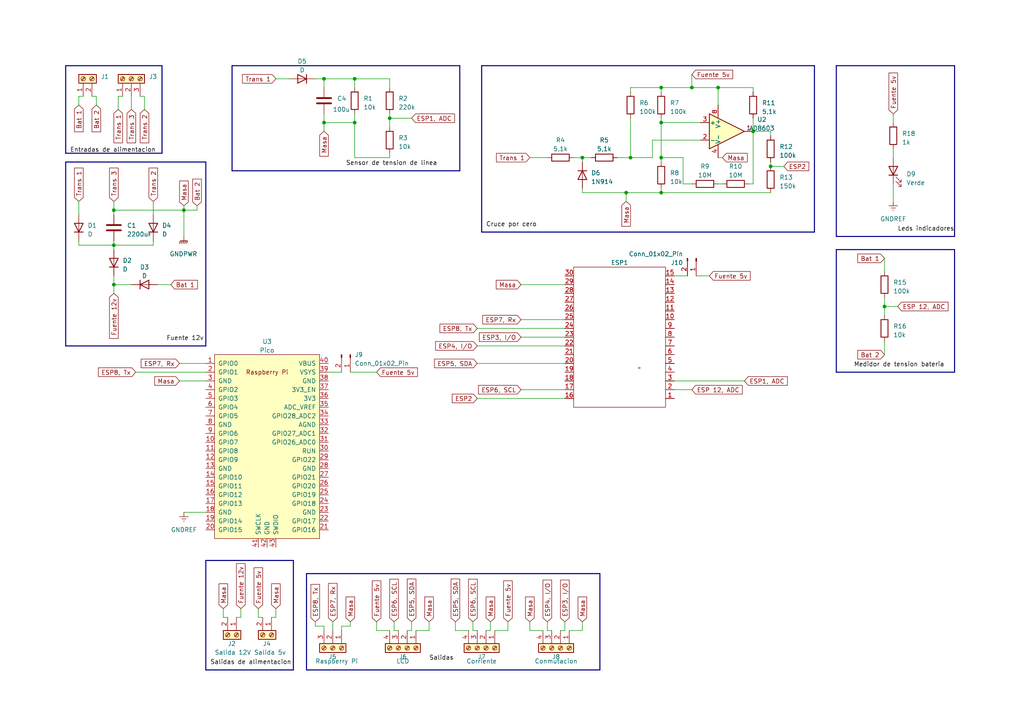
<source format=kicad_sch>
(kicad_sch (version 20230121) (generator eeschema)
  (paper "A4")
  (lib_symbols
    (symbol "Amplifier_Operational:AD8603" (pin_names (offset 0.127))
      (property "Reference" "U2" (at 10.16 3.4289 0))
      (property "Value" "AD8603" (at 10.16 0.8889 0))
      (symbol "AD8603_0_1"
        (polyline (pts (xy -5.08 5.08) (xy 5.08 0) (xy -5.08 -5.08) (xy -5.08 5.08)) (stroke (width 0.254)) (fill (type background)))
      )
      (symbol "AD8603_1_1"
        (pin output line (at 7.62 0 180) (length 2.54) (name "~") (number "1"))
        (pin input line (at -7.62 -2.54 0) (length 2.54) (name "-") (number "2"))
        (pin input line (at -7.62 2.54 0) (length 2.54) (name "+") (number "3"))
        (pin power_in line (at -2.54 -7.62 90) (length 3.81) (name "V-") (number "4"))
        (pin power_in line (at -2.54 7.62 270) (length 3.81) (name "V+") (number "8"))
      )
    )
    (symbol "Connector:Conn_01x02_Pin" (pin_names (offset 1.016) hide)
      (property "Reference" "J" (at 0 2.54 0))
      (property "Value" "Conn_01x02_Pin" (at 0 -5.08 0))
      (symbol "Conn_01x02_Pin_1_1"
        (polyline (pts (xy 1.27 -2.54) (xy 0.8636 -2.54)) (stroke (width 0.1524)))
        (polyline (pts (xy 1.27 0) (xy 0.8636 0)) (stroke (width 0.1524)))
        (rectangle (start 0.8636 -2.413) (end 0 -2.667) (stroke (width 0.1524)) (fill (type outline)))
        (rectangle (start 0.8636 0.127) (end 0 -0.127) (stroke (width 0.1524)) (fill (type outline)))
        (pin passive line (at 5.08 0 180) (length 3.81) (name "Pin_1") (number "1"))
        (pin passive line (at 5.08 -2.54 180) (length 3.81) (name "Pin_2") (number "2"))
      )
    )
    (symbol "Connector:Screw_Terminal_01x02" (pin_names (offset 1.016) hide)
      (property "Reference" "J" (at 0 2.54 0))
      (property "Value" "Screw_Terminal_01x02" (at 0 -5.08 0))
      (symbol "Screw_Terminal_01x02_1_1"
        (rectangle (start -1.27 1.27) (end 1.27 -3.81) (stroke (width 0.254)) (fill (type background)))
        (circle (center 0 -2.54) (radius 0.635) (stroke (width 0.1524)))
        (polyline (pts (xy -0.5334 -2.2098) (xy 0.3302 -3.048)) (stroke (width 0.1524)))
        (polyline (pts (xy -0.5334 0.3302) (xy 0.3302 -0.508)) (stroke (width 0.1524)))
        (polyline (pts (xy -0.3556 -2.032) (xy 0.508 -2.8702)) (stroke (width 0.1524)))
        (polyline (pts (xy -0.3556 0.508) (xy 0.508 -0.3302)) (stroke (width 0.1524)))
        (circle (center 0 0) (radius 0.635) (stroke (width 0.1524)))
        (pin passive line (at -5.08 0 0) (length 3.81) (name "Pin_1") (number "1"))
        (pin passive line (at -5.08 -2.54 0) (length 3.81) (name "Pin_2") (number "2"))
      )
    )
    (symbol "Connector:Screw_Terminal_01x03" (pin_names (offset 1.016) hide)
      (property "Reference" "J" (at 0 5.08 0))
      (property "Value" "Screw_Terminal_01x03" (at 0 -5.08 0))
      (symbol "Screw_Terminal_01x03_1_1"
        (rectangle (start -1.27 3.81) (end 1.27 -3.81) (stroke (width 0.254)) (fill (type background)))
        (circle (center 0 -2.54) (radius 0.635) (stroke (width 0.1524)))
        (polyline (pts (xy -0.5334 -2.2098) (xy 0.3302 -3.048)) (stroke (width 0.1524)))
        (polyline (pts (xy -0.5334 0.3302) (xy 0.3302 -0.508)) (stroke (width 0.1524)))
        (polyline (pts (xy -0.5334 2.8702) (xy 0.3302 2.032)) (stroke (width 0.1524)))
        (polyline (pts (xy -0.3556 -2.032) (xy 0.508 -2.8702)) (stroke (width 0.1524)))
        (polyline (pts (xy -0.3556 0.508) (xy 0.508 -0.3302)) (stroke (width 0.1524)))
        (polyline (pts (xy -0.3556 3.048) (xy 0.508 2.2098)) (stroke (width 0.1524)))
        (circle (center 0 0) (radius 0.635) (stroke (width 0.1524)))
        (circle (center 0 2.54) (radius 0.635) (stroke (width 0.1524)))
        (pin passive line (at -5.08 2.54 0) (length 3.81) (name "Pin_1") (number "1"))
        (pin passive line (at -5.08 0 0) (length 3.81) (name "Pin_2") (number "2"))
        (pin passive line (at -5.08 -2.54 0) (length 3.81) (name "Pin_3") (number "3"))
      )
    )
    (symbol "Connector:Screw_Terminal_01x04" (pin_names (offset 1.016) hide)
      (property "Reference" "J" (at 0 5.08 0))
      (property "Value" "Screw_Terminal_01x04" (at 0 -7.62 0))
      (symbol "Screw_Terminal_01x04_1_1"
        (rectangle (start -1.27 3.81) (end 1.27 -6.35) (stroke (width 0.254)) (fill (type background)))
        (circle (center 0 -5.08) (radius 0.635) (stroke (width 0.1524)))
        (circle (center 0 -2.54) (radius 0.635) (stroke (width 0.1524)))
        (polyline (pts (xy -0.5334 -4.7498) (xy 0.3302 -5.588)) (stroke (width 0.1524)))
        (polyline (pts (xy -0.5334 -2.2098) (xy 0.3302 -3.048)) (stroke (width 0.1524)))
        (polyline (pts (xy -0.5334 0.3302) (xy 0.3302 -0.508)) (stroke (width 0.1524)))
        (polyline (pts (xy -0.5334 2.8702) (xy 0.3302 2.032)) (stroke (width 0.1524)))
        (polyline (pts (xy -0.3556 -4.572) (xy 0.508 -5.4102)) (stroke (width 0.1524)))
        (polyline (pts (xy -0.3556 -2.032) (xy 0.508 -2.8702)) (stroke (width 0.1524)))
        (polyline (pts (xy -0.3556 0.508) (xy 0.508 -0.3302)) (stroke (width 0.1524)))
        (polyline (pts (xy -0.3556 3.048) (xy 0.508 2.2098)) (stroke (width 0.1524)))
        (circle (center 0 0) (radius 0.635) (stroke (width 0.1524)))
        (circle (center 0 2.54) (radius 0.635) (stroke (width 0.1524)))
        (pin passive line (at -5.08 2.54 0) (length 3.81) (name "Pin_1") (number "1"))
        (pin passive line (at -5.08 0 0) (length 3.81) (name "Pin_2") (number "2"))
        (pin passive line (at -5.08 -2.54 0) (length 3.81) (name "Pin_3") (number "3"))
        (pin passive line (at -5.08 -5.08 0) (length 3.81) (name "Pin_4") (number "4"))
      )
    )
    (symbol "Device:C" (pin_numbers hide) (pin_names (offset 0.254))
      (property "Reference" "C" (at 0.635 2.54 0))
      (property "Value" "C" (at 0.635 -2.54 0))
      (symbol "C_0_1"
        (polyline (pts (xy -2.032 -0.762) (xy 2.032 -0.762)) (stroke (width 0.508)))
        (polyline (pts (xy -2.032 0.762) (xy 2.032 0.762)) (stroke (width 0.508)))
      )
      (symbol "C_1_1"
        (pin passive line (at 0 3.81 270) (length 2.794) (name "~") (number "1"))
        (pin passive line (at 0 -3.81 90) (length 2.794) (name "~") (number "2"))
      )
    )
    (symbol "Device:D" (pin_numbers hide) (pin_names (offset 1.016) hide)
      (property "Reference" "D" (at 0 2.54 0))
      (property "Value" "D" (at 0 -2.54 0))
      (symbol "D_0_1"
        (polyline (pts (xy -1.27 1.27) (xy -1.27 -1.27)) (stroke (width 0.254)))
        (polyline (pts (xy 1.27 0) (xy -1.27 0)))
        (polyline (pts (xy 1.27 1.27) (xy 1.27 -1.27) (xy -1.27 0) (xy 1.27 1.27)) (stroke (width 0.254)))
      )
      (symbol "D_1_1"
        (pin passive line (at -3.81 0 0) (length 2.54) (name "K") (number "1"))
        (pin passive line (at 3.81 0 180) (length 2.54) (name "A") (number "2"))
      )
    )
    (symbol "Device:LED" (pin_numbers hide) (pin_names (offset 1.016) hide)
      (property "Reference" "D" (at 0 2.54 0))
      (property "Value" "LED" (at 0 -2.54 0))
      (symbol "LED_0_1"
        (polyline (pts (xy -1.27 -1.27) (xy -1.27 1.27)) (stroke (width 0.254)))
        (polyline (pts (xy -1.27 0) (xy 1.27 0)))
        (polyline (pts (xy 1.27 -1.27) (xy 1.27 1.27) (xy -1.27 0) (xy 1.27 -1.27)) (stroke (width 0.254)))
        (polyline (pts (xy -3.048 -0.762) (xy -4.572 -2.286) (xy -3.81 -2.286) (xy -4.572 -2.286) (xy -4.572 -1.524)))
        (polyline (pts (xy -1.778 -0.762) (xy -3.302 -2.286) (xy -2.54 -2.286) (xy -3.302 -2.286) (xy -3.302 -1.524)))
      )
      (symbol "LED_1_1"
        (pin passive line (at -3.81 0 0) (length 2.54) (name "K") (number "1"))
        (pin passive line (at 3.81 0 180) (length 2.54) (name "A") (number "2"))
      )
    )
    (symbol "Device:R" (pin_numbers hide) (pin_names (offset 0))
      (property "Reference" "R" (at 2.032 0 90))
      (property "Value" "R" (at 0 0 90))
      (symbol "R_0_1"
        (rectangle (start -1.016 -2.54) (end 1.016 2.54) (stroke (width 0.254)))
      )
      (symbol "R_1_1"
        (pin passive line (at 0 3.81 270) (length 1.27) (name "~") (number "1"))
        (pin passive line (at 0 -3.81 90) (length 1.27) (name "~") (number "2"))
      )
    )
    (symbol "ESP32NodeMcu:ESP32NodeMcu" (pin_names hide)
      (property "Reference" "ESP1" (at 0.635 -27.94 0))
      (property "Value" "~" (at -5.08 2.54 0))
      (symbol "ESP32NodeMcu_0_1"
        (rectangle (start -12.7 13.97) (end 13.97 -26.67))
      )
      (symbol "ESP32NodeMcu_1_1"
        (pin bidirectional line (at -15.24 11.43 0) (length 2.54) (name "3,3v") (number "1"))
        (pin bidirectional line (at -15.24 -11.43 0) (length 2.54) (name "ADC2_9,RTCGPIO7,GPIO26,DAC_2") (number "10"))
        (pin bidirectional line (at -15.24 -13.97 0) (length 2.54) (name "ADC2_7,RTCGPIO17,GPIO27,TOUCH_7") (number "11"))
        (pin bidirectional line (at -15.24 -16.51 0) (length 2.54) (name "ADC2_6,RTCGPIO16,GPIO32,TOUCH_6,HSPI_CLK,SD_CLK") (number "12"))
        (pin bidirectional line (at -15.24 -19.05 0) (length 2.54) (name "ADC2_5,RTCGPIO15,GPIO12,TOUCH_5,HSPI_MISO,SD_DAT2") (number "13"))
        (pin bidirectional line (at -15.24 -21.59 0) (length 2.54) (name "GND") (number "14"))
        (pin bidirectional line (at -15.24 -24.13 0) (length 2.54) (name "ADC2_4,RTCGPIO14,GPIO13,TOUCH_4,HSPI_MOSI,SD_DAT3") (number "15"))
        (pin bidirectional line (at 16.51 11.43 180) (length 2.54) (name "GND") (number "16"))
        (pin bidirectional line (at 16.51 8.89 180) (length 2.54) (name "GPIO23,VSPI_MOSI") (number "17"))
        (pin bidirectional line (at 16.51 6.35 180) (length 2.54) (name "1") (number "18"))
        (pin bidirectional line (at 16.51 3.81 180) (length 2.54) (name "GPIO1,TX0") (number "19"))
        (pin input line (at -15.24 8.89 0) (length 2.54) (name "Reset,En") (number "2"))
        (pin bidirectional line (at 16.51 1.27 180) (length 2.54) (name "GPIO3,RX0") (number "20"))
        (pin bidirectional line (at 16.51 -1.27 180) (length 2.54) (name "GPIO21,I2C_SDA") (number "21"))
        (pin bidirectional line (at 16.51 -3.81 180) (length 2.54) (name "GND") (number "22"))
        (pin bidirectional line (at 16.51 -6.35 180) (length 2.54) (name "GPIO19,VSPI_MISO") (number "23"))
        (pin bidirectional line (at 16.51 -8.89 180) (length 2.54) (name "GPIO18,VSPI_CLK") (number "24"))
        (pin bidirectional line (at 16.51 -11.43 180) (length 2.54) (name "GPIO5,VSPI_CS") (number "25"))
        (pin bidirectional line (at 16.51 -13.97 180) (length 2.54) (name "GPIO17,TX2") (number "26"))
        (pin bidirectional line (at 16.51 -16.51 180) (length 2.54) (name "GPIO16,RX2") (number "27"))
        (pin bidirectional line (at 16.51 -19.05 180) (length 2.54) (name "GPIO4,RTC_GPIO10,ADC2_0,TOUCH_0,SD_DAT1") (number "28"))
        (pin bidirectional line (at 16.51 -21.59 180) (length 2.54) (name "GPIO0,RTC_GPIO11,ADC2_1,TOUCH_1") (number "29"))
        (pin input line (at -15.24 6.35 0) (length 2.54) (name "ADC1_0,RTC_GPIO0,GPIO36") (number "3"))
        (pin bidirectional line (at 16.51 -24.13 180) (length 2.54) (name "GPIO2,RTC_GPIO12,ADC2_2,TOUCH_2,SD_DAT0,LED") (number "30"))
        (pin input line (at -15.24 3.81 0) (length 2.54) (name "ADC1_3,RTCGPIO3,GPIO39") (number "4"))
        (pin input line (at -15.24 1.27 0) (length 2.54) (name "ADC1_4,RTCGPIO4,GPIO34") (number "5"))
        (pin input line (at -15.24 -1.27 0) (length 2.54) (name "ADC1_7,RTCGPIO5,GPIO35") (number "6"))
        (pin bidirectional line (at -15.24 -3.81 0) (length 2.54) (name "ADC1_4,RTCGPIO9,GPIO32,TOUCH_9") (number "7"))
        (pin bidirectional line (at -15.24 -6.35 0) (length 2.54) (name "ADC1_5,RTCGPIO8,GPIO33,TOUCH_8") (number "8"))
        (pin bidirectional line (at -15.24 -8.89 0) (length 2.54) (name "ADC2_8,RTCGPIO8,GPIO25,DAC_1") (number "9"))
      )
    )
    (symbol "Raspberry Pi Pico:Pico" (pin_names (offset 1.016))
      (property "Reference" "U" (at -13.97 27.94 0))
      (property "Value" "Pico" (at 0 19.05 0))
      (symbol "Pico_0_0"
        (text "Raspberry Pi" (at 0 21.59 0) (effects (font (size 1.27 1.27))))
      )
      (symbol "Pico_0_1"
        (rectangle (start -15.24 26.67) (end 15.24 -26.67) (fill (type background)))
      )
      (symbol "Pico_1_1"
        (pin bidirectional line (at -17.78 24.13 0) (length 2.54) (name "GPIO0") (number "1"))
        (pin bidirectional line (at -17.78 1.27 0) (length 2.54) (name "GPIO7") (number "10"))
        (pin bidirectional line (at -17.78 -1.27 0) (length 2.54) (name "GPIO8") (number "11"))
        (pin bidirectional line (at -17.78 -3.81 0) (length 2.54) (name "GPIO9") (number "12"))
        (pin power_in line (at -17.78 -6.35 0) (length 2.54) (name "GND") (number "13"))
        (pin bidirectional line (at -17.78 -8.89 0) (length 2.54) (name "GPIO10") (number "14"))
        (pin bidirectional line (at -17.78 -11.43 0) (length 2.54) (name "GPIO11") (number "15"))
        (pin bidirectional line (at -17.78 -13.97 0) (length 2.54) (name "GPIO12") (number "16"))
        (pin bidirectional line (at -17.78 -16.51 0) (length 2.54) (name "GPIO13") (number "17"))
        (pin power_in line (at -17.78 -19.05 0) (length 2.54) (name "GND") (number "18"))
        (pin bidirectional line (at -17.78 -21.59 0) (length 2.54) (name "GPIO14") (number "19"))
        (pin bidirectional line (at -17.78 21.59 0) (length 2.54) (name "GPIO1") (number "2"))
        (pin bidirectional line (at -17.78 -24.13 0) (length 2.54) (name "GPIO15") (number "20"))
        (pin bidirectional line (at 17.78 -24.13 180) (length 2.54) (name "GPIO16") (number "21"))
        (pin bidirectional line (at 17.78 -21.59 180) (length 2.54) (name "GPIO17") (number "22"))
        (pin power_in line (at 17.78 -19.05 180) (length 2.54) (name "GND") (number "23"))
        (pin bidirectional line (at 17.78 -16.51 180) (length 2.54) (name "GPIO18") (number "24"))
        (pin bidirectional line (at 17.78 -13.97 180) (length 2.54) (name "GPIO19") (number "25"))
        (pin bidirectional line (at 17.78 -11.43 180) (length 2.54) (name "GPIO20") (number "26"))
        (pin bidirectional line (at 17.78 -8.89 180) (length 2.54) (name "GPIO21") (number "27"))
        (pin power_in line (at 17.78 -6.35 180) (length 2.54) (name "GND") (number "28"))
        (pin bidirectional line (at 17.78 -3.81 180) (length 2.54) (name "GPIO22") (number "29"))
        (pin power_in line (at -17.78 19.05 0) (length 2.54) (name "GND") (number "3"))
        (pin input line (at 17.78 -1.27 180) (length 2.54) (name "RUN") (number "30"))
        (pin bidirectional line (at 17.78 1.27 180) (length 2.54) (name "GPIO26_ADC0") (number "31"))
        (pin bidirectional line (at 17.78 3.81 180) (length 2.54) (name "GPIO27_ADC1") (number "32"))
        (pin power_in line (at 17.78 6.35 180) (length 2.54) (name "AGND") (number "33"))
        (pin bidirectional line (at 17.78 8.89 180) (length 2.54) (name "GPIO28_ADC2") (number "34"))
        (pin unspecified line (at 17.78 11.43 180) (length 2.54) (name "ADC_VREF") (number "35"))
        (pin unspecified line (at 17.78 13.97 180) (length 2.54) (name "3V3") (number "36"))
        (pin input line (at 17.78 16.51 180) (length 2.54) (name "3V3_EN") (number "37"))
        (pin bidirectional line (at 17.78 19.05 180) (length 2.54) (name "GND") (number "38"))
        (pin unspecified line (at 17.78 21.59 180) (length 2.54) (name "VSYS") (number "39"))
        (pin bidirectional line (at -17.78 16.51 0) (length 2.54) (name "GPIO2") (number "4"))
        (pin unspecified line (at 17.78 24.13 180) (length 2.54) (name "VBUS") (number "40"))
        (pin input line (at -2.54 -29.21 90) (length 2.54) (name "SWCLK") (number "41"))
        (pin power_in line (at 0 -29.21 90) (length 2.54) (name "GND") (number "42"))
        (pin bidirectional line (at 2.54 -29.21 90) (length 2.54) (name "SWDIO") (number "43"))
        (pin bidirectional line (at -17.78 13.97 0) (length 2.54) (name "GPIO3") (number "5"))
        (pin bidirectional line (at -17.78 11.43 0) (length 2.54) (name "GPIO4") (number "6"))
        (pin bidirectional line (at -17.78 8.89 0) (length 2.54) (name "GPIO5") (number "7"))
        (pin power_in line (at -17.78 6.35 0) (length 2.54) (name "GND") (number "8"))
        (pin bidirectional line (at -17.78 3.81 0) (length 2.54) (name "GPIO6") (number "9"))
      )
    )
    (symbol "power:GNDPWR" (power) (pin_names (offset 0))
      (property "Value" "GNDPWR" (at 0 -3.302 0))
      (symbol "GNDPWR_0_1"
        (polyline (pts (xy 0 -1.27) (xy 0 0)))
        (polyline (pts (xy -1.016 -1.27) (xy -1.27 -2.032) (xy -1.27 -2.032)) (stroke (width 0.2032)))
        (polyline (pts (xy -0.508 -1.27) (xy -0.762 -2.032) (xy -0.762 -2.032)) (stroke (width 0.2032)))
        (polyline (pts (xy 0 -1.27) (xy -0.254 -2.032) (xy -0.254 -2.032)) (stroke (width 0.2032)))
        (polyline (pts (xy 0.508 -1.27) (xy 0.254 -2.032) (xy 0.254 -2.032)) (stroke (width 0.2032)))
        (polyline (pts (xy 1.016 -1.27) (xy -1.016 -1.27) (xy -1.016 -1.27)) (stroke (width 0.2032)))
        (polyline (pts (xy 1.016 -1.27) (xy 0.762 -2.032) (xy 0.762 -2.032) (xy 0.762 -2.032)) (stroke (width 0.2032)))
      )
      (symbol "GNDPWR_1_1"
        (pin power_in line (at 0 0 270) (length 0) hide (name "GNDPWR") (number "1"))
      )
    )
    (symbol "power:GNDREF" (power) (pin_names (offset 0))
      (property "Value" "GNDREF" (at 0 -3.81 0))
      (symbol "GNDREF_0_1"
        (polyline (pts (xy -0.635 -1.905) (xy 0.635 -1.905)))
        (polyline (pts (xy -0.127 -2.54) (xy 0.127 -2.54)))
        (polyline (pts (xy 0 -1.27) (xy 0 0)))
        (polyline (pts (xy 1.27 -1.27) (xy -1.27 -1.27)))
      )
      (symbol "GNDREF_1_1"
        (pin power_in line (at 0 0 270) (length 0) hide (name "GNDREF") (number "1"))
      )
    )
  )
  (junction (at 191.77 25.4))
  (junction (at 113.03 34.29))
  (junction (at 102.87 35.56))
  (junction (at 191.77 45.72))
  (junction (at 93.98 35.56))
  (junction (at 168.91 45.72))
  (junction (at 218.44 38.1))
  (junction (at 53.34 60.96))
  (junction (at 33.02 60.96))
  (junction (at 181.61 55.88))
  (junction (at 208.28 25.4))
  (junction (at 33.02 82.55))
  (junction (at 256.54 88.9))
  (junction (at 182.88 45.72))
  (junction (at 191.77 55.88))
  (junction (at 200.66 25.4))
  (junction (at 33.02 71.12))
  (junction (at 223.52 48.26))
  (junction (at 191.77 35.56))
  (junction (at 102.87 22.86))
  (junction (at 93.98 22.86))
  (bus (pts (xy 173.99 194.31) (xy 88.9 194.31)))
  (wire (pts (xy 22.86 69.85) (xy 22.86 71.12)))
  (wire (pts (xy 147.32 182.88) (xy 143.51 182.88)))
  (bus (pts (xy 242.57 19.05) (xy 276.86 19.05)))
  (wire (pts (xy 91.44 181.61) (xy 93.98 181.61)))
  (wire (pts (xy 256.54 74.93) (xy 256.54 78.74)))
  (wire (pts (xy 181.61 55.88) (xy 191.77 55.88)))
  (wire (pts (xy 259.08 53.34) (xy 259.08 58.42)))
  (wire (pts (xy 182.88 25.4) (xy 191.77 25.4)))
  (wire (pts (xy 93.98 35.56) (xy 93.98 38.1)))
  (wire (pts (xy 168.91 55.88) (xy 181.61 55.88)))
  (wire (pts (xy 132.08 180.34) (xy 132.08 182.88)))
  (bus (pts (xy 19.05 19.05) (xy 19.05 44.45)))
  (wire (pts (xy 113.03 34.29) (xy 119.38 34.29)))
  (wire (pts (xy 119.38 180.34) (xy 119.38 182.88)))
  (wire (pts (xy 101.6 107.95) (xy 109.22 107.95)))
  (wire (pts (xy 158.75 180.34) (xy 158.75 182.88)))
  (bus (pts (xy 67.31 19.05) (xy 67.31 49.53)))
  (bus (pts (xy 19.05 46.99) (xy 59.69 46.99)))
  (wire (pts (xy 191.77 45.72) (xy 191.77 46.99)))
  (bus (pts (xy 276.86 72.39) (xy 276.86 107.95)))
  (bus (pts (xy 88.9 194.31) (xy 88.9 166.37)))
  (wire (pts (xy 195.58 113.03) (xy 200.66 113.03)))
  (wire (pts (xy 179.07 45.72) (xy 182.88 45.72)))
  (wire (pts (xy 91.44 22.86) (xy 93.98 22.86)))
  (wire (pts (xy 93.98 35.56) (xy 93.98 33.02)))
  (wire (pts (xy 22.86 30.48) (xy 22.86 27.94)))
  (bus (pts (xy 46.99 44.45) (xy 46.99 19.05)))
  (wire (pts (xy 223.52 48.26) (xy 223.52 46.99)))
  (wire (pts (xy 189.23 40.64) (xy 189.23 45.72)))
  (bus (pts (xy 139.7 19.05) (xy 139.7 67.31)))
  (bus (pts (xy 133.35 49.53) (xy 67.31 49.53)))
  (wire (pts (xy 66.04 179.07) (xy 64.77 179.07)))
  (bus (pts (xy 85.09 194.31) (xy 85.09 162.56)))
  (wire (pts (xy 34.29 27.94) (xy 35.56 27.94)))
  (wire (pts (xy 80.01 22.86) (xy 83.82 22.86)))
  (wire (pts (xy 208.28 30.48) (xy 208.28 25.4)))
  (wire (pts (xy 68.58 179.07) (xy 69.85 179.07)))
  (wire (pts (xy 53.34 148.59) (xy 59.69 148.59)))
  (wire (pts (xy 195.58 80.01) (xy 199.39 80.01)))
  (wire (pts (xy 182.88 34.29) (xy 182.88 45.72)))
  (bus (pts (xy 59.69 162.56) (xy 59.69 194.31)))
  (wire (pts (xy 22.86 27.94) (xy 24.13 27.94)))
  (wire (pts (xy 33.02 82.55) (xy 38.1 82.55)))
  (wire (pts (xy 182.88 25.4) (xy 182.88 26.67)))
  (bus (pts (xy 242.57 72.39) (xy 276.86 72.39)))
  (wire (pts (xy 78.74 179.07) (xy 80.01 179.07)))
  (wire (pts (xy 93.98 35.56) (xy 102.87 35.56)))
  (wire (pts (xy 218.44 34.29) (xy 218.44 38.1)))
  (bus (pts (xy 236.22 19.05) (xy 236.22 67.31)))
  (wire (pts (xy 163.83 113.03) (xy 151.13 113.03)))
  (wire (pts (xy 163.83 95.25) (xy 138.43 95.25)))
  (wire (pts (xy 113.03 22.86) (xy 102.87 22.86)))
  (bus (pts (xy 85.09 162.56) (xy 59.69 162.56)))
  (wire (pts (xy 33.02 71.12) (xy 44.45 71.12)))
  (wire (pts (xy 153.67 45.72) (xy 158.75 45.72)))
  (wire (pts (xy 52.07 105.41) (xy 59.69 105.41)))
  (wire (pts (xy 200.66 53.34) (xy 198.12 53.34)))
  (wire (pts (xy 153.67 180.34) (xy 153.67 182.88)))
  (wire (pts (xy 147.32 180.34) (xy 147.32 182.88)))
  (wire (pts (xy 33.02 60.96) (xy 53.34 60.96)))
  (wire (pts (xy 114.3 180.34) (xy 114.3 182.88)))
  (wire (pts (xy 259.08 33.02) (xy 259.08 35.56)))
  (wire (pts (xy 142.24 182.88) (xy 140.97 182.88)))
  (wire (pts (xy 151.13 97.79) (xy 163.83 97.79)))
  (wire (pts (xy 99.06 181.61) (xy 101.6 181.61)))
  (bus (pts (xy 19.05 19.05) (xy 46.99 19.05)))
  (bus (pts (xy 173.99 166.37) (xy 173.99 194.31)))
  (wire (pts (xy 151.13 82.55) (xy 163.83 82.55)))
  (bus (pts (xy 133.35 19.05) (xy 133.35 49.53)))
  (wire (pts (xy 200.66 21.59) (xy 200.66 25.4)))
  (wire (pts (xy 163.83 92.71) (xy 151.13 92.71)))
  (wire (pts (xy 256.54 86.36) (xy 256.54 88.9)))
  (wire (pts (xy 166.37 45.72) (xy 168.91 45.72)))
  (wire (pts (xy 168.91 55.88) (xy 168.91 54.61)))
  (wire (pts (xy 22.86 58.42) (xy 22.86 62.23)))
  (wire (pts (xy 168.91 45.72) (xy 171.45 45.72)))
  (wire (pts (xy 52.07 110.49) (xy 59.69 110.49)))
  (wire (pts (xy 57.15 60.96) (xy 53.34 60.96)))
  (bus (pts (xy 59.69 194.31) (xy 85.09 194.31)))
  (wire (pts (xy 195.58 110.49) (xy 215.9 110.49)))
  (wire (pts (xy 74.93 176.53) (xy 74.93 179.07)))
  (wire (pts (xy 93.98 22.86) (xy 93.98 25.4)))
  (wire (pts (xy 22.86 71.12) (xy 33.02 71.12)))
  (wire (pts (xy 27.94 30.48) (xy 27.94 27.94)))
  (wire (pts (xy 165.1 182.88) (xy 168.91 182.88)))
  (bus (pts (xy 67.31 19.05) (xy 133.35 19.05)))
  (wire (pts (xy 137.16 180.34) (xy 137.16 182.88)))
  (wire (pts (xy 191.77 35.56) (xy 191.77 45.72)))
  (wire (pts (xy 198.12 45.72) (xy 198.12 53.34)))
  (wire (pts (xy 218.44 26.67) (xy 218.44 25.4)))
  (wire (pts (xy 33.02 82.55) (xy 33.02 85.09)))
  (wire (pts (xy 80.01 179.07) (xy 80.01 176.53)))
  (wire (pts (xy 256.54 99.06) (xy 256.54 102.87)))
  (wire (pts (xy 120.65 182.88) (xy 124.46 182.88)))
  (wire (pts (xy 158.75 182.88) (xy 160.02 182.88)))
  (wire (pts (xy 203.2 40.64) (xy 189.23 40.64)))
  (wire (pts (xy 41.91 27.94) (xy 40.64 27.94)))
  (wire (pts (xy 124.46 182.88) (xy 124.46 180.34)))
  (wire (pts (xy 44.45 69.85) (xy 44.45 71.12)))
  (wire (pts (xy 256.54 88.9) (xy 260.35 88.9)))
  (wire (pts (xy 113.03 45.72) (xy 102.87 45.72)))
  (wire (pts (xy 203.2 35.56) (xy 191.77 35.56)))
  (wire (pts (xy 109.22 182.88) (xy 109.22 180.34)))
  (wire (pts (xy 102.87 35.56) (xy 102.87 33.02)))
  (wire (pts (xy 223.52 48.26) (xy 227.33 48.26)))
  (wire (pts (xy 181.61 55.88) (xy 181.61 58.42)))
  (wire (pts (xy 74.93 179.07) (xy 76.2 179.07)))
  (wire (pts (xy 191.77 55.88) (xy 191.77 54.61)))
  (wire (pts (xy 101.6 181.61) (xy 101.6 180.34)))
  (wire (pts (xy 53.34 60.96) (xy 53.34 68.58)))
  (wire (pts (xy 223.52 39.37) (xy 223.52 38.1)))
  (wire (pts (xy 113.03 182.88) (xy 109.22 182.88)))
  (wire (pts (xy 208.28 53.34) (xy 209.55 53.34)))
  (wire (pts (xy 163.83 105.41) (xy 138.43 105.41)))
  (wire (pts (xy 163.83 180.34) (xy 163.83 182.88)))
  (wire (pts (xy 256.54 88.9) (xy 256.54 91.44)))
  (bus (pts (xy 59.69 46.99) (xy 59.69 100.33)))
  (wire (pts (xy 153.67 182.88) (xy 157.48 182.88)))
  (wire (pts (xy 39.37 107.95) (xy 59.69 107.95)))
  (wire (pts (xy 168.91 45.72) (xy 168.91 46.99)))
  (wire (pts (xy 137.16 182.88) (xy 138.43 182.88)))
  (wire (pts (xy 218.44 53.34) (xy 218.44 38.1)))
  (bus (pts (xy 242.57 72.39) (xy 242.57 107.95)))
  (wire (pts (xy 119.38 182.88) (xy 118.11 182.88)))
  (wire (pts (xy 189.23 45.72) (xy 182.88 45.72)))
  (wire (pts (xy 33.02 69.85) (xy 33.02 71.12)))
  (wire (pts (xy 102.87 45.72) (xy 102.87 35.56)))
  (bus (pts (xy 19.05 100.33) (xy 59.69 100.33)))
  (wire (pts (xy 102.87 25.4) (xy 102.87 22.86)))
  (wire (pts (xy 163.83 182.88) (xy 162.56 182.88)))
  (wire (pts (xy 96.52 180.34) (xy 96.52 182.88)))
  (bus (pts (xy 139.7 19.05) (xy 236.22 19.05)))
  (wire (pts (xy 113.03 34.29) (xy 113.03 36.83)))
  (wire (pts (xy 102.87 22.86) (xy 93.98 22.86)))
  (wire (pts (xy 142.24 180.34) (xy 142.24 182.88)))
  (wire (pts (xy 217.17 53.34) (xy 218.44 53.34)))
  (wire (pts (xy 45.72 82.55) (xy 49.53 82.55)))
  (wire (pts (xy 93.98 181.61) (xy 93.98 182.88)))
  (wire (pts (xy 191.77 25.4) (xy 200.66 25.4)))
  (wire (pts (xy 191.77 45.72) (xy 198.12 45.72)))
  (wire (pts (xy 138.43 115.57) (xy 163.83 115.57)))
  (wire (pts (xy 218.44 25.4) (xy 208.28 25.4)))
  (wire (pts (xy 44.45 58.42) (xy 44.45 62.23)))
  (wire (pts (xy 99.06 181.61) (xy 99.06 182.88)))
  (bus (pts (xy 236.22 67.31) (xy 139.7 67.31)))
  (wire (pts (xy 200.66 25.4) (xy 208.28 25.4)))
  (wire (pts (xy 41.91 31.75) (xy 41.91 27.94)))
  (wire (pts (xy 27.94 27.94) (xy 26.67 27.94)))
  (wire (pts (xy 259.08 43.18) (xy 259.08 45.72)))
  (wire (pts (xy 113.03 25.4) (xy 113.03 22.86)))
  (wire (pts (xy 33.02 71.12) (xy 33.02 72.39)))
  (wire (pts (xy 64.77 179.07) (xy 64.77 176.53)))
  (wire (pts (xy 223.52 55.88) (xy 191.77 55.88)))
  (wire (pts (xy 53.34 59.69) (xy 53.34 60.96)))
  (wire (pts (xy 38.1 27.94) (xy 38.1 31.75)))
  (wire (pts (xy 91.44 180.34) (xy 91.44 181.61)))
  (wire (pts (xy 95.25 107.95) (xy 99.06 107.95)))
  (bus (pts (xy 19.05 46.99) (xy 19.05 100.33)))
  (wire (pts (xy 205.74 80.01) (xy 201.93 80.01)))
  (wire (pts (xy 33.02 80.01) (xy 33.02 82.55)))
  (wire (pts (xy 33.02 58.42) (xy 33.02 60.96)))
  (wire (pts (xy 113.03 33.02) (xy 113.03 34.29)))
  (bus (pts (xy 242.57 107.95) (xy 276.86 107.95)))
  (bus (pts (xy 242.57 19.05) (xy 242.57 68.58)))
  (wire (pts (xy 168.91 182.88) (xy 168.91 180.34)))
  (wire (pts (xy 218.44 38.1) (xy 223.52 38.1)))
  (wire (pts (xy 113.03 45.72) (xy 113.03 44.45)))
  (wire (pts (xy 33.02 60.96) (xy 33.02 62.23)))
  (bus (pts (xy 88.9 166.37) (xy 173.99 166.37)))
  (wire (pts (xy 132.08 182.88) (xy 135.89 182.88)))
  (wire (pts (xy 34.29 31.75) (xy 34.29 27.94)))
  (wire (pts (xy 114.3 182.88) (xy 115.57 182.88)))
  (bus (pts (xy 19.05 44.45) (xy 46.99 44.45)))
  (bus (pts (xy 276.86 68.58) (xy 276.86 19.05)))
  (wire (pts (xy 57.15 59.69) (xy 57.15 60.96)))
  (bus (pts (xy 242.57 68.58) (xy 276.86 68.58)))
  (wire (pts (xy 138.43 100.33) (xy 163.83 100.33)))
  (wire (pts (xy 208.28 45.72) (xy 209.55 45.72)))
  (wire (pts (xy 69.85 179.07) (xy 69.85 176.53)))
  (wire (pts (xy 191.77 35.56) (xy 191.77 34.29)))
  (wire (pts (xy 191.77 26.67) (xy 191.77 25.4)))
  (label "Salidas de alimentacion" (at 60.96 193.04 0))
  (label "Entradas de alimentacion" (at 20.32 44.45 0))
  (label "Salidas" (at 124.46 191.77 0))
  (label "Sensor de tension de linea" (at 100.33 48.26 0))
  (label "Leds indicadores" (at 260.35 67.31 0))
  (label "Fuente 12v" (at 48.26 99.06 0))
  (label "Medidor de tension bateria" (at 247.65 106.68 0))
  (label "Cruce por cero" (at 140.97 66.04 0))
  (global_label "Masa" (shape input) (at 101.6 180.34 90) (property "Intersheetrefs" "${INTERSHEET_REFS}" (effects hide)))
  (global_label "ESP6, SCL" (shape input) (at 114.3 180.34 90) (property "Intersheetrefs" "${INTERSHEET_REFS}" (effects hide)))
  (global_label "ESP4, I{slash}O" (shape input) (at 138.43 100.33 180) (property "Intersheetrefs" "${INTERSHEET_REFS}" (effects hide)))
  (global_label "ESP5, SDA" (shape input) (at 119.38 180.34 90) (property "Intersheetrefs" "${INTERSHEET_REFS}" (effects hide)))
  (global_label "Bat 2" (shape input) (at 57.15 59.69 90) (property "Intersheetrefs" "${INTERSHEET_REFS}" (effects hide)))
  (global_label "ESP2" (shape input) (at 227.33 48.26 0) (property "Intersheetrefs" "${INTERSHEET_REFS}" (effects hide)))
  (global_label "ESP8, Tx" (shape input) (at 91.44 180.34 90) (property "Intersheetrefs" "${INTERSHEET_REFS}" (effects hide)))
  (global_label "Masa" (shape input) (at 93.98 38.1 270) (property "Intersheetrefs" "${INTERSHEET_REFS}" (effects hide)))
  (global_label "ESP3, I{slash}O" (shape input) (at 151.13 97.79 180) (property "Intersheetrefs" "${INTERSHEET_REFS}" (effects hide)))
  (global_label "Masa" (shape input) (at 52.07 110.49 180) (property "Intersheetrefs" "${INTERSHEET_REFS}" (effects hide)))
  (global_label "Bat 1" (shape input) (at 49.53 82.55 0) (property "Intersheetrefs" "${INTERSHEET_REFS}" (effects hide)))
  (global_label "ESP6, SCL" (shape input) (at 137.16 180.34 90) (property "Intersheetrefs" "${INTERSHEET_REFS}" (effects hide)))
  (global_label "Trans 3" (shape input) (at 38.1 31.75 270) (property "Intersheetrefs" "${INTERSHEET_REFS}" (effects hide)))
  (global_label "ESP1, ADC" (shape input) (at 215.9 110.49 0) (property "Intersheetrefs" "${INTERSHEET_REFS}" (effects hide)))
  (global_label "Masa" (shape input) (at 142.24 180.34 90) (property "Intersheetrefs" "${INTERSHEET_REFS}" (effects hide)))
  (global_label "Fuente 5v" (shape input) (at 109.22 107.95 0) (property "Intersheetrefs" "${INTERSHEET_REFS}" (effects hide)))
  (global_label "Masa" (shape input) (at 64.77 176.53 90) (property "Intersheetrefs" "${INTERSHEET_REFS}" (effects hide)))
  (global_label "Trans 1" (shape input) (at 22.86 58.42 90) (property "Intersheetrefs" "${INTERSHEET_REFS}" (effects hide)))
  (global_label "ESP8, Tx" (shape input) (at 39.37 107.95 180) (property "Intersheetrefs" "${INTERSHEET_REFS}" (effects hide)))
  (global_label "Trans 3" (shape input) (at 33.02 58.42 90) (property "Intersheetrefs" "${INTERSHEET_REFS}" (effects hide)))
  (global_label "Masa" (shape input) (at 80.01 176.53 90) (property "Intersheetrefs" "${INTERSHEET_REFS}" (effects hide)))
  (global_label "Masa" (shape input) (at 153.67 180.34 90) (property "Intersheetrefs" "${INTERSHEET_REFS}" (effects hide)))
  (global_label "ESP4, I{slash}O" (shape input) (at 158.75 180.34 90) (property "Intersheetrefs" "${INTERSHEET_REFS}" (effects hide)))
  (global_label "Fuente 5v" (shape input) (at 205.74 80.01 0) (property "Intersheetrefs" "${INTERSHEET_REFS}" (effects hide)))
  (global_label "Fuente 5v" (shape input) (at 147.32 180.34 90) (property "Intersheetrefs" "${INTERSHEET_REFS}" (effects hide)))
  (global_label "Masa" (shape input) (at 151.13 82.55 180) (property "Intersheetrefs" "${INTERSHEET_REFS}" (effects hide)))
  (global_label "Bat 1" (shape input) (at 22.86 30.48 270) (property "Intersheetrefs" "${INTERSHEET_REFS}" (effects hide)))
  (global_label "Fuente 12v" (shape input) (at 33.02 85.09 270) (property "Intersheetrefs" "${INTERSHEET_REFS}" (effects hide)))
  (global_label "ESP1, ADC" (shape input) (at 119.38 34.29 0) (property "Intersheetrefs" "${INTERSHEET_REFS}" (effects hide)))
  (global_label "ESP 12, ADC" (shape input) (at 200.66 113.03 0) (property "Intersheetrefs" "${INTERSHEET_REFS}" (effects hide)))
  (global_label "Fuente 5v" (shape input) (at 200.66 21.59 0) (property "Intersheetrefs" "${INTERSHEET_REFS}" (effects hide)))
  (global_label "Masa" (shape input) (at 168.91 180.34 90) (property "Intersheetrefs" "${INTERSHEET_REFS}" (effects hide)))
  (global_label "Trans 1" (shape input) (at 34.29 31.75 270) (property "Intersheetrefs" "${INTERSHEET_REFS}" (effects hide)))
  (global_label "Trans 2" (shape input) (at 44.45 58.42 90) (property "Intersheetrefs" "${INTERSHEET_REFS}" (effects hide)))
  (global_label "Bat 2" (shape input) (at 27.94 30.48 270) (property "Intersheetrefs" "${INTERSHEET_REFS}" (effects hide)))
  (global_label "Trans 1" (shape input) (at 153.67 45.72 180) (property "Intersheetrefs" "${INTERSHEET_REFS}" (effects hide)))
  (global_label "Fuente 5v" (shape input) (at 259.08 33.02 90) (property "Intersheetrefs" "${INTERSHEET_REFS}" (effects hide)))
  (global_label "ESP7, Rx" (shape input) (at 151.13 92.71 180) (property "Intersheetrefs" "${INTERSHEET_REFS}" (effects hide)))
  (global_label "ESP7, Rx" (shape input) (at 96.52 180.34 90) (property "Intersheetrefs" "${INTERSHEET_REFS}" (effects hide)))
  (global_label "ESP8, Tx" (shape input) (at 138.43 95.25 180) (property "Intersheetrefs" "${INTERSHEET_REFS}" (effects hide)))
  (global_label "Trans 1" (shape input) (at 80.01 22.86 180) (property "Intersheetrefs" "${INTERSHEET_REFS}" (effects hide)))
  (global_label "Bat 2" (shape input) (at 256.54 102.87 180) (property "Intersheetrefs" "${INTERSHEET_REFS}" (effects hide)))
  (global_label "Fuente 5v" (shape input) (at 74.93 176.53 90) (property "Intersheetrefs" "${INTERSHEET_REFS}" (effects hide)))
  (global_label "ESP6, SCL" (shape input) (at 151.13 113.03 180) (property "Intersheetrefs" "${INTERSHEET_REFS}" (effects hide)))
  (global_label "ESP 12, ADC" (shape input) (at 260.35 88.9 0) (property "Intersheetrefs" "${INTERSHEET_REFS}" (effects hide)))
  (global_label "ESP5, SDA" (shape input) (at 132.08 180.34 90) (property "Intersheetrefs" "${INTERSHEET_REFS}" (effects hide)))
  (global_label "Trans 2" (shape input) (at 41.91 31.75 270) (property "Intersheetrefs" "${INTERSHEET_REFS}" (effects hide)))
  (global_label "ESP2" (shape input) (at 138.43 115.57 180) (property "Intersheetrefs" "${INTERSHEET_REFS}" (effects hide)))
  (global_label "Masa" (shape input) (at 209.55 45.72 0) (property "Intersheetrefs" "${INTERSHEET_REFS}" (effects hide)))
  (global_label "Masa" (shape input) (at 181.61 58.42 270) (property "Intersheetrefs" "${INTERSHEET_REFS}" (effects hide)))
  (global_label "ESP7, Rx" (shape input) (at 52.07 105.41 180) (property "Intersheetrefs" "${INTERSHEET_REFS}" (effects hide)))
  (global_label "Fuente 5v" (shape input) (at 109.22 180.34 90) (property "Intersheetrefs" "${INTERSHEET_REFS}" (effects hide)))
  (global_label "Fuente 12v" (shape input) (at 69.85 176.53 90) (property "Intersheetrefs" "${INTERSHEET_REFS}" (effects hide)))
  (global_label "Masa" (shape input) (at 124.46 180.34 90) (property "Intersheetrefs" "${INTERSHEET_REFS}" (effects hide)))
  (global_label "ESP5, SDA" (shape input) (at 138.43 105.41 180) (property "Intersheetrefs" "${INTERSHEET_REFS}" (effects hide)))
  (global_label "Masa" (shape input) (at 53.34 59.69 90) (property "Intersheetrefs" "${INTERSHEET_REFS}" (effects hide)))
  (global_label "Bat 1" (shape input) (at 256.54 74.93 180) (property "Intersheetrefs" "${INTERSHEET_REFS}" (effects hide)))
  (global_label "ESP3, I{slash}O" (shape input) (at 163.83 180.34 90) (property "Intersheetrefs" "${INTERSHEET_REFS}" (effects hide)))
  (symbol (lib_id "Connector:Conn_01x02_Pin") (at 201.93 74.93 270) (unit 1)
    (property "Reference" "J10" (at 198.12 76.2 90) (effects (justify right)))
    (property "Value" "Conn_01x02_Pin" (at 198.12 73.66 90) (effects (justify right)))
    (property "Footprint" "Connector_PinHeader_2.54mm:PinHeader_1x02_P2.54mm_Vertical" (effects hide))
  )
  (symbol (lib_id "Device:C") (at 33.02 66.04 0) (unit 1)
    (property "Reference" "C1" (at 36.83 65.405 0) (effects (justify left)))
    (property "Value" "2200uF" (at 36.83 67.945 0) (effects (justify left)))
    (property "Footprint" "Capacitor_THT:C_Radial_D16.0mm_H25.0mm_P7.50mm" (effects hide))
  )
  (symbol (lib_id "power:GNDREF") (at 259.08 58.42 0) (unit 1)
    (property "Reference" "#PWR01" (effects hide))
    (property "Value" "GNDREF" (at 259.08 63.5 0))
  )
  (symbol (lib_id "Device:R") (at 223.52 52.07 0) (unit 1)
    (property "Reference" "R13" (at 226.06 51.435 0) (effects (justify left)))
    (property "Value" "150k" (at 226.06 53.975 0) (effects (justify left)))
    (property "Footprint" "Resistor_THT:R_Axial_DIN0207_L6.3mm_D2.5mm_P7.62mm_Horizontal" (effects hide))
  )
  (symbol (lib_id "Connector:Screw_Terminal_01x02") (at 24.13 22.86 90) (unit 1)
    (property "Reference" "J1" (at 29.21 22.225 90) (effects (justify right)))
    (property "Value" "Bateria" (effects hide))
    (property "Footprint" "TerminalBlock_Phoenix:TerminalBlock_Phoenix_MKDS-1,5-2-5.08_1x02_P5.08mm_Horizontal" (effects hide))
  )
  (symbol (lib_id "Device:R") (at 218.44 30.48 0) (unit 1)
    (property "Reference" "R11" (at 220.98 29.845 0) (effects (justify left)))
    (property "Value" "5,1k" (at 220.98 32.385 0) (effects (justify left)))
    (property "Footprint" "Resistor_THT:R_Axial_DIN0207_L6.3mm_D2.5mm_P7.62mm_Horizontal" (effects hide))
  )
  (symbol (lib_id "Connector:Conn_01x02_Pin") (at 101.6 102.87 270) (unit 1)
    (property "Reference" "J9" (at 102.87 102.87 90) (effects (justify left)))
    (property "Value" "Conn_01x02_Pin" (at 102.87 105.41 90) (effects (justify left)))
    (property "Footprint" "Connector_PinHeader_2.54mm:PinHeader_1x02_P2.54mm_Vertical" (effects hide))
  )
  (symbol (lib_id "Device:R") (at 259.08 39.37 0) (unit 1)
    (property "Reference" "R18" (at 261.62 38.735 0) (effects (justify left)))
    (property "Value" "1k" (at 261.62 41.275 0) (effects (justify left)))
    (property "Footprint" "Resistor_THT:R_Axial_DIN0207_L6.3mm_D2.5mm_P7.62mm_Horizontal" (effects hide))
  )
  (symbol (lib_id "Device:D") (at 41.91 82.55 0) (unit 1)
    (property "Reference" "D3" (at 41.91 77.47 0))
    (property "Value" "D" (at 41.91 80.01 0))
    (property "Footprint" "Diode_THT:D_DO-34_SOD68_P7.62mm_Horizontal" (effects hide))
    (property "Sim.Device" "D" (effects hide))
    (property "Sim.Pins" "1=K 2=A" (effects hide))
  )
  (symbol (lib_id "Device:R") (at 204.47 53.34 90) (unit 1)
    (property "Reference" "R9" (at 204.47 48.26 90))
    (property "Value" "10M" (at 204.47 50.8 90))
    (property "Footprint" "Resistor_THT:R_Axial_DIN0207_L6.3mm_D2.5mm_P7.62mm_Horizontal" (effects hide))
  )
  (symbol (lib_id "Raspberry Pi Pico:Pico") (at 77.47 129.54 0) (unit 1)
    (property "Reference" "U3" (at 77.47 99.06 0))
    (property "Value" "Pico" (at 77.47 101.6 0))
    (property "Footprint" "Raspberry Pi Pico:RPi_Pico_SMD_TH" (effects hide))
  )
  (symbol (lib_id "Device:R") (at 213.36 53.34 90) (unit 1)
    (property "Reference" "R10" (at 213.36 48.26 90))
    (property "Value" "10M" (at 213.36 50.8 90))
    (property "Footprint" "Resistor_THT:R_Axial_DIN0207_L6.3mm_D2.5mm_P7.62mm_Horizontal" (effects hide))
  )
  (symbol (lib_id "power:GNDPWR") (at 53.34 68.58 0) (unit 1)
    (property "Reference" "#PWR02" (effects hide))
    (property "Value" "GNDPWR" (at 53.213 73.66 0))
  )
  (symbol (lib_id "Device:R") (at 182.88 30.48 0) (unit 1)
    (property "Reference" "R6" (at 185.42 29.845 0) (effects (justify left)))
    (property "Value" "100k" (at 185.42 32.385 0) (effects (justify left)))
    (property "Footprint" "Resistor_THT:R_Axial_DIN0207_L6.3mm_D2.5mm_P7.62mm_Horizontal" (effects hide))
  )
  (symbol (lib_id "Device:C") (at 93.98 29.21 0) (unit 1)
    (property "Reference" "C4" (at 97.79 28.575 0) (effects (justify left)))
    (property "Value" "100u" (at 96.52 31.75 0) (effects (justify left)))
    (property "Footprint" "Capacitor_THT:C_Radial_D8.0mm_H11.5mm_P3.50mm" (effects hide))
  )
  (symbol (lib_id "Device:D") (at 44.45 66.04 90) (unit 1)
    (property "Reference" "D4" (at 46.99 65.405 90) (effects (justify right)))
    (property "Value" "D" (at 46.99 67.945 90) (effects (justify right)))
    (property "Footprint" "Diode_THT:D_DO-34_SOD68_P7.62mm_Horizontal" (effects hide))
    (property "Sim.Device" "D" (effects hide))
    (property "Sim.Pins" "1=K 2=A" (effects hide))
  )
  (symbol (lib_id "Device:R") (at 191.77 30.48 0) (unit 1)
    (property "Reference" "R7" (at 194.31 29.845 0) (effects (justify left)))
    (property "Value" "100k" (at 194.31 32.385 0) (effects (justify left)))
    (property "Footprint" "Resistor_THT:R_Axial_DIN0207_L6.3mm_D2.5mm_P7.62mm_Horizontal" (effects hide))
  )
  (symbol (lib_id "Device:LED") (at 259.08 49.53 90) (unit 1)
    (property "Reference" "D9" (at 262.89 50.4825 90) (effects (justify right)))
    (property "Value" "Verde" (at 262.89 53.0225 90) (effects (justify right)))
    (property "Footprint" "LED_THT:LED_D3.0mm" (effects hide))
  )
  (symbol (lib_id "Device:D") (at 87.63 22.86 180) (unit 1)
    (property "Reference" "D5" (at 87.63 17.78 0))
    (property "Value" "D" (at 87.63 20.32 0))
    (property "Footprint" "Diode_THT:D_DO-34_SOD68_P7.62mm_Horizontal" (effects hide))
    (property "Sim.Device" "D" (effects hide))
    (property "Sim.Pins" "1=K 2=A" (effects hide))
  )
  (symbol (lib_id "Connector:Screw_Terminal_01x03") (at 96.52 187.96 270) (unit 1)
    (property "Reference" "J5" (at 95.25 190.5 90) (effects (justify left)))
    (property "Value" "Raspberry Pi" (at 91.44 191.77 90) (effects (justify left)))
    (property "Footprint" "TerminalBlock_Phoenix:TerminalBlock_Phoenix_MPT-0,5-3-2.54_1x03_P2.54mm_Horizontal" (effects hide))
  )
  (symbol (lib_id "Connector:Screw_Terminal_01x04") (at 118.11 187.96 270) (unit 1)
    (property "Reference" "J6" (at 116.84 190.5 90))
    (property "Value" "LCD" (at 116.84 191.77 90))
    (property "Footprint" "TerminalBlock_Phoenix:TerminalBlock_Phoenix_MPT-0,5-4-2.54_1x04_P2.54mm_Horizontal" (effects hide))
  )
  (symbol (lib_id "Device:R") (at 256.54 82.55 0) (unit 1)
    (property "Reference" "R15" (at 259.08 81.915 0) (effects (justify left)))
    (property "Value" "100k" (at 259.08 84.455 0) (effects (justify left)))
    (property "Footprint" "Resistor_THT:R_Axial_DIN0207_L6.3mm_D2.5mm_P7.62mm_Horizontal" (effects hide))
  )
  (symbol (lib_id "Device:R") (at 102.87 29.21 180) (unit 1)
    (property "Reference" "R1" (at 105.41 28.575 0) (effects (justify right)))
    (property "Value" "10k" (at 105.41 31.115 0) (effects (justify right)))
    (property "Footprint" "Resistor_THT:R_Axial_DIN0207_L6.3mm_D2.5mm_P7.62mm_Horizontal" (effects hide))
  )
  (symbol (lib_id "Device:R") (at 223.52 43.18 0) (unit 1)
    (property "Reference" "R12" (at 226.06 42.545 0) (effects (justify left)))
    (property "Value" "100k" (at 226.06 45.085 0) (effects (justify left)))
    (property "Footprint" "Resistor_THT:R_Axial_DIN0207_L6.3mm_D2.5mm_P7.62mm_Horizontal" (effects hide))
  )
  (symbol (lib_id "Connector:Screw_Terminal_01x02") (at 78.74 184.15 270) (unit 1)
    (property "Reference" "J4" (at 76.2 186.69 90) (effects (justify left)))
    (property "Value" "Salida 5v" (at 73.66 189.23 90) (effects (justify left)))
    (property "Footprint" "TerminalBlock_Phoenix:TerminalBlock_Phoenix_MKDS-1,5-2-5.08_1x02_P5.08mm_Horizontal" (effects hide))
  )
  (symbol (lib_id "Connector:Screw_Terminal_01x04") (at 140.97 187.96 270) (unit 1)
    (property "Reference" "J7" (at 139.7 190.5 90))
    (property "Value" "Corriente" (at 139.7 191.77 90))
    (property "Footprint" "TerminalBlock_Phoenix:TerminalBlock_Phoenix_MPT-0,5-4-2.54_1x04_P2.54mm_Horizontal" (effects hide))
  )
  (symbol (lib_id "Device:R") (at 256.54 95.25 0) (unit 1)
    (property "Reference" "R16" (at 259.08 94.615 0) (effects (justify left)))
    (property "Value" "10k" (at 259.08 97.155 0) (effects (justify left)))
    (property "Footprint" "Resistor_THT:R_Axial_DIN0207_L6.3mm_D2.5mm_P7.62mm_Horizontal" (effects hide))
  )
  (symbol (lib_id "Device:R") (at 113.03 29.21 0) (unit 1)
    (property "Reference" "R2" (at 115.57 28.575 0) (effects (justify left)))
    (property "Value" "220k" (at 115.57 31.115 0) (effects (justify left)))
    (property "Footprint" "Resistor_THT:R_Axial_DIN0204_L3.6mm_D1.6mm_P5.08mm_Horizontal" (effects hide))
  )
  (symbol (lib_id "Connector:Screw_Terminal_01x03") (at 38.1 22.86 90) (unit 1)
    (property "Reference" "J3" (at 43.18 22.225 90) (effects (justify right)))
    (property "Value" "Transformador" (effects hide))
    (property "Footprint" "TerminalBlock_Phoenix:TerminalBlock_Phoenix_MKDS-1,5-3-5.08_1x03_P5.08mm_Horizontal" (effects hide))
  )
  (symbol (lib_id "Connector:Screw_Terminal_01x02") (at 68.58 184.15 270) (unit 1)
    (property "Reference" "J2" (at 66.04 186.69 90) (effects (justify left)))
    (property "Value" "Salida 12V" (at 62.23 189.23 90) (effects (justify left)))
    (property "Footprint" "TerminalBlock_Phoenix:TerminalBlock_Phoenix_MKDS-1,5-2-5.08_1x02_P5.08mm_Horizontal" (effects hide))
  )
  (symbol (lib_id "Device:D") (at 168.91 50.8 270) (unit 1)
    (property "Reference" "D6" (at 171.45 50.165 90) (effects (justify left)))
    (property "Value" "1N914" (at 171.45 52.705 90) (effects (justify left)))
    (property "Footprint" "Diode_THT:D_DO-34_SOD68_P7.62mm_Horizontal" (effects hide))
    (property "Sim.Device" "D" (effects hide))
    (property "Sim.Pins" "1=K 2=A" (effects hide))
  )
  (symbol (lib_id "Device:R") (at 162.56 45.72 90) (unit 1)
    (property "Reference" "R4" (at 162.56 40.64 90))
    (property "Value" "5,1k" (at 162.56 43.18 90))
    (property "Footprint" "Resistor_THT:R_Axial_DIN0207_L6.3mm_D2.5mm_P7.62mm_Horizontal" (effects hide))
  )
  (symbol (lib_id "Device:D") (at 33.02 76.2 90) (unit 1)
    (property "Reference" "D2" (at 35.56 75.565 90) (effects (justify right)))
    (property "Value" "D" (at 35.56 78.105 90) (effects (justify right)))
    (property "Footprint" "Diode_THT:D_DO-34_SOD68_P7.62mm_Horizontal" (effects hide))
    (property "Sim.Device" "D" (effects hide))
    (property "Sim.Pins" "1=K 2=A" (effects hide))
  )
  (symbol (lib_id "Device:R") (at 113.03 40.64 0) (unit 1)
    (property "Reference" "R3" (at 115.57 40.005 0) (effects (justify left)))
    (property "Value" "10k" (at 115.57 42.545 0) (effects (justify left)))
    (property "Footprint" "Resistor_THT:R_Axial_DIN0207_L6.3mm_D2.5mm_P7.62mm_Horizontal" (effects hide))
  )
  (symbol (lib_id "Device:D") (at 22.86 66.04 90) (unit 1)
    (property "Reference" "D1" (at 25.4 65.405 90) (effects (justify right)))
    (property "Value" "D" (at 25.4 67.945 90) (effects (justify right)))
    (property "Footprint" "Diode_THT:D_DO-34_SOD68_P7.62mm_Horizontal" (effects hide))
    (property "Sim.Device" "D" (effects hide))
    (property "Sim.Pins" "1=K 2=A" (effects hide))
  )
  (symbol (lib_id "ESP32NodeMcu:ESP32NodeMcu") (at 180.34 104.14 180) (unit 1)
    (property "Reference" "ESP1" (at 179.705 76.2 0))
    (property "Value" "~" (at 185.42 106.68 0))
    (property "Footprint" "ESP32DevKitV1:ESP32 15pin" (effects hide))
    (property "Sim.Enable" "0" (effects hide))
  )
  (symbol (lib_id "Device:R") (at 175.26 45.72 90) (unit 1)
    (property "Reference" "R5" (at 175.26 40.64 90))
    (property "Value" "5,1k" (at 175.26 43.18 90))
    (property "Footprint" "Resistor_THT:R_Axial_DIN0207_L6.3mm_D2.5mm_P7.62mm_Horizontal" (effects hide))
  )
  (symbol (lib_id "Connector:Screw_Terminal_01x04") (at 162.56 187.96 270) (unit 1)
    (property "Reference" "J8" (at 161.29 190.5 90))
    (property "Value" "Conmutacion" (at 161.29 191.77 90))
    (property "Footprint" "TerminalBlock_Phoenix:TerminalBlock_Phoenix_MPT-0,5-4-2.54_1x04_P2.54mm_Horizontal" (effects hide))
  )
  (symbol (lib_id "power:GNDREF") (at 53.34 148.59 0) (unit 1)
    (property "Reference" "#PWR03" (effects hide))
    (property "Value" "GNDREF" (at 53.34 153.67 0))
  )
  (symbol (lib_id "Device:R") (at 191.77 50.8 0) (unit 1)
    (property "Reference" "R8" (at 194.31 50.165 0) (effects (justify left)))
    (property "Value" "10k" (at 194.31 52.705 0) (effects (justify left)))
    (property "Footprint" "Resistor_THT:R_Axial_DIN0207_L6.3mm_D2.5mm_P7.62mm_Horizontal" (effects hide))
  )
  (symbol (lib_id "Amplifier_Operational:AD8603") (at 210.82 38.1 0) (unit 1)
    (property "Reference" "U2" (at 220.98 34.6711 0))
    (property "Value" "AD8603" (at 220.98 37.2111 0))
    (property "Footprint" "Package_DIP:DIP-8_W7.62mm_LongPads" (effects hide))
    (property "Datasheet" "https://www.analog.com/media/en/technical-documentation/data-sheets/AD8603_8607_8609.pdf" (effects hide))
  )
)
</source>
